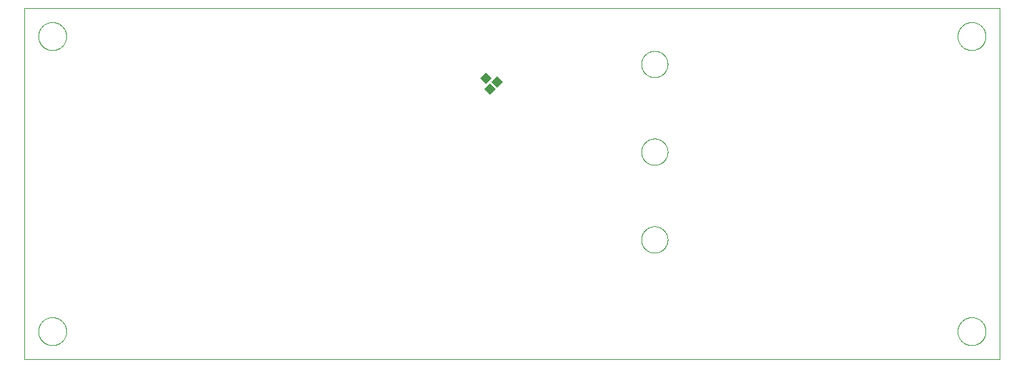
<source format=gbp>
G75*
%MOIN*%
%OFA0B0*%
%FSLAX25Y25*%
%IPPOS*%
%LPD*%
%AMOC8*
5,1,8,0,0,1.08239X$1,22.5*
%
%ADD10C,0.00000*%
%ADD11R,0.04000X0.04000*%
D10*
X0001250Y0001250D02*
X0001250Y0174478D01*
X0481565Y0174478D01*
X0481565Y0001250D01*
X0001250Y0001250D01*
X0008140Y0015030D02*
X0008142Y0015199D01*
X0008148Y0015368D01*
X0008159Y0015537D01*
X0008173Y0015705D01*
X0008192Y0015873D01*
X0008215Y0016041D01*
X0008241Y0016208D01*
X0008272Y0016374D01*
X0008307Y0016540D01*
X0008346Y0016704D01*
X0008390Y0016868D01*
X0008437Y0017030D01*
X0008488Y0017191D01*
X0008543Y0017351D01*
X0008602Y0017510D01*
X0008664Y0017667D01*
X0008731Y0017822D01*
X0008802Y0017976D01*
X0008876Y0018128D01*
X0008954Y0018278D01*
X0009035Y0018426D01*
X0009120Y0018572D01*
X0009209Y0018716D01*
X0009301Y0018858D01*
X0009397Y0018997D01*
X0009496Y0019134D01*
X0009598Y0019269D01*
X0009704Y0019401D01*
X0009813Y0019530D01*
X0009925Y0019657D01*
X0010040Y0019781D01*
X0010158Y0019902D01*
X0010279Y0020020D01*
X0010403Y0020135D01*
X0010530Y0020247D01*
X0010659Y0020356D01*
X0010791Y0020462D01*
X0010926Y0020564D01*
X0011063Y0020663D01*
X0011202Y0020759D01*
X0011344Y0020851D01*
X0011488Y0020940D01*
X0011634Y0021025D01*
X0011782Y0021106D01*
X0011932Y0021184D01*
X0012084Y0021258D01*
X0012238Y0021329D01*
X0012393Y0021396D01*
X0012550Y0021458D01*
X0012709Y0021517D01*
X0012869Y0021572D01*
X0013030Y0021623D01*
X0013192Y0021670D01*
X0013356Y0021714D01*
X0013520Y0021753D01*
X0013686Y0021788D01*
X0013852Y0021819D01*
X0014019Y0021845D01*
X0014187Y0021868D01*
X0014355Y0021887D01*
X0014523Y0021901D01*
X0014692Y0021912D01*
X0014861Y0021918D01*
X0015030Y0021920D01*
X0015199Y0021918D01*
X0015368Y0021912D01*
X0015537Y0021901D01*
X0015705Y0021887D01*
X0015873Y0021868D01*
X0016041Y0021845D01*
X0016208Y0021819D01*
X0016374Y0021788D01*
X0016540Y0021753D01*
X0016704Y0021714D01*
X0016868Y0021670D01*
X0017030Y0021623D01*
X0017191Y0021572D01*
X0017351Y0021517D01*
X0017510Y0021458D01*
X0017667Y0021396D01*
X0017822Y0021329D01*
X0017976Y0021258D01*
X0018128Y0021184D01*
X0018278Y0021106D01*
X0018426Y0021025D01*
X0018572Y0020940D01*
X0018716Y0020851D01*
X0018858Y0020759D01*
X0018997Y0020663D01*
X0019134Y0020564D01*
X0019269Y0020462D01*
X0019401Y0020356D01*
X0019530Y0020247D01*
X0019657Y0020135D01*
X0019781Y0020020D01*
X0019902Y0019902D01*
X0020020Y0019781D01*
X0020135Y0019657D01*
X0020247Y0019530D01*
X0020356Y0019401D01*
X0020462Y0019269D01*
X0020564Y0019134D01*
X0020663Y0018997D01*
X0020759Y0018858D01*
X0020851Y0018716D01*
X0020940Y0018572D01*
X0021025Y0018426D01*
X0021106Y0018278D01*
X0021184Y0018128D01*
X0021258Y0017976D01*
X0021329Y0017822D01*
X0021396Y0017667D01*
X0021458Y0017510D01*
X0021517Y0017351D01*
X0021572Y0017191D01*
X0021623Y0017030D01*
X0021670Y0016868D01*
X0021714Y0016704D01*
X0021753Y0016540D01*
X0021788Y0016374D01*
X0021819Y0016208D01*
X0021845Y0016041D01*
X0021868Y0015873D01*
X0021887Y0015705D01*
X0021901Y0015537D01*
X0021912Y0015368D01*
X0021918Y0015199D01*
X0021920Y0015030D01*
X0021918Y0014861D01*
X0021912Y0014692D01*
X0021901Y0014523D01*
X0021887Y0014355D01*
X0021868Y0014187D01*
X0021845Y0014019D01*
X0021819Y0013852D01*
X0021788Y0013686D01*
X0021753Y0013520D01*
X0021714Y0013356D01*
X0021670Y0013192D01*
X0021623Y0013030D01*
X0021572Y0012869D01*
X0021517Y0012709D01*
X0021458Y0012550D01*
X0021396Y0012393D01*
X0021329Y0012238D01*
X0021258Y0012084D01*
X0021184Y0011932D01*
X0021106Y0011782D01*
X0021025Y0011634D01*
X0020940Y0011488D01*
X0020851Y0011344D01*
X0020759Y0011202D01*
X0020663Y0011063D01*
X0020564Y0010926D01*
X0020462Y0010791D01*
X0020356Y0010659D01*
X0020247Y0010530D01*
X0020135Y0010403D01*
X0020020Y0010279D01*
X0019902Y0010158D01*
X0019781Y0010040D01*
X0019657Y0009925D01*
X0019530Y0009813D01*
X0019401Y0009704D01*
X0019269Y0009598D01*
X0019134Y0009496D01*
X0018997Y0009397D01*
X0018858Y0009301D01*
X0018716Y0009209D01*
X0018572Y0009120D01*
X0018426Y0009035D01*
X0018278Y0008954D01*
X0018128Y0008876D01*
X0017976Y0008802D01*
X0017822Y0008731D01*
X0017667Y0008664D01*
X0017510Y0008602D01*
X0017351Y0008543D01*
X0017191Y0008488D01*
X0017030Y0008437D01*
X0016868Y0008390D01*
X0016704Y0008346D01*
X0016540Y0008307D01*
X0016374Y0008272D01*
X0016208Y0008241D01*
X0016041Y0008215D01*
X0015873Y0008192D01*
X0015705Y0008173D01*
X0015537Y0008159D01*
X0015368Y0008148D01*
X0015199Y0008142D01*
X0015030Y0008140D01*
X0014861Y0008142D01*
X0014692Y0008148D01*
X0014523Y0008159D01*
X0014355Y0008173D01*
X0014187Y0008192D01*
X0014019Y0008215D01*
X0013852Y0008241D01*
X0013686Y0008272D01*
X0013520Y0008307D01*
X0013356Y0008346D01*
X0013192Y0008390D01*
X0013030Y0008437D01*
X0012869Y0008488D01*
X0012709Y0008543D01*
X0012550Y0008602D01*
X0012393Y0008664D01*
X0012238Y0008731D01*
X0012084Y0008802D01*
X0011932Y0008876D01*
X0011782Y0008954D01*
X0011634Y0009035D01*
X0011488Y0009120D01*
X0011344Y0009209D01*
X0011202Y0009301D01*
X0011063Y0009397D01*
X0010926Y0009496D01*
X0010791Y0009598D01*
X0010659Y0009704D01*
X0010530Y0009813D01*
X0010403Y0009925D01*
X0010279Y0010040D01*
X0010158Y0010158D01*
X0010040Y0010279D01*
X0009925Y0010403D01*
X0009813Y0010530D01*
X0009704Y0010659D01*
X0009598Y0010791D01*
X0009496Y0010926D01*
X0009397Y0011063D01*
X0009301Y0011202D01*
X0009209Y0011344D01*
X0009120Y0011488D01*
X0009035Y0011634D01*
X0008954Y0011782D01*
X0008876Y0011932D01*
X0008802Y0012084D01*
X0008731Y0012238D01*
X0008664Y0012393D01*
X0008602Y0012550D01*
X0008543Y0012709D01*
X0008488Y0012869D01*
X0008437Y0013030D01*
X0008390Y0013192D01*
X0008346Y0013356D01*
X0008307Y0013520D01*
X0008272Y0013686D01*
X0008241Y0013852D01*
X0008215Y0014019D01*
X0008192Y0014187D01*
X0008173Y0014355D01*
X0008159Y0014523D01*
X0008148Y0014692D01*
X0008142Y0014861D01*
X0008140Y0015030D01*
X0305081Y0060305D02*
X0305083Y0060466D01*
X0305089Y0060626D01*
X0305099Y0060787D01*
X0305113Y0060947D01*
X0305131Y0061107D01*
X0305152Y0061266D01*
X0305178Y0061425D01*
X0305208Y0061583D01*
X0305241Y0061740D01*
X0305279Y0061897D01*
X0305320Y0062052D01*
X0305365Y0062206D01*
X0305414Y0062359D01*
X0305467Y0062511D01*
X0305523Y0062662D01*
X0305584Y0062811D01*
X0305647Y0062959D01*
X0305715Y0063105D01*
X0305786Y0063249D01*
X0305860Y0063391D01*
X0305938Y0063532D01*
X0306020Y0063670D01*
X0306105Y0063807D01*
X0306193Y0063941D01*
X0306285Y0064073D01*
X0306380Y0064203D01*
X0306478Y0064331D01*
X0306579Y0064456D01*
X0306683Y0064578D01*
X0306790Y0064698D01*
X0306900Y0064815D01*
X0307013Y0064930D01*
X0307129Y0065041D01*
X0307248Y0065150D01*
X0307369Y0065255D01*
X0307493Y0065358D01*
X0307619Y0065458D01*
X0307747Y0065554D01*
X0307878Y0065647D01*
X0308012Y0065737D01*
X0308147Y0065824D01*
X0308285Y0065907D01*
X0308424Y0065987D01*
X0308566Y0066063D01*
X0308709Y0066136D01*
X0308854Y0066205D01*
X0309001Y0066271D01*
X0309149Y0066333D01*
X0309299Y0066391D01*
X0309450Y0066446D01*
X0309603Y0066497D01*
X0309757Y0066544D01*
X0309912Y0066587D01*
X0310068Y0066626D01*
X0310224Y0066662D01*
X0310382Y0066693D01*
X0310540Y0066721D01*
X0310699Y0066745D01*
X0310859Y0066765D01*
X0311019Y0066781D01*
X0311179Y0066793D01*
X0311340Y0066801D01*
X0311501Y0066805D01*
X0311661Y0066805D01*
X0311822Y0066801D01*
X0311983Y0066793D01*
X0312143Y0066781D01*
X0312303Y0066765D01*
X0312463Y0066745D01*
X0312622Y0066721D01*
X0312780Y0066693D01*
X0312938Y0066662D01*
X0313094Y0066626D01*
X0313250Y0066587D01*
X0313405Y0066544D01*
X0313559Y0066497D01*
X0313712Y0066446D01*
X0313863Y0066391D01*
X0314013Y0066333D01*
X0314161Y0066271D01*
X0314308Y0066205D01*
X0314453Y0066136D01*
X0314596Y0066063D01*
X0314738Y0065987D01*
X0314877Y0065907D01*
X0315015Y0065824D01*
X0315150Y0065737D01*
X0315284Y0065647D01*
X0315415Y0065554D01*
X0315543Y0065458D01*
X0315669Y0065358D01*
X0315793Y0065255D01*
X0315914Y0065150D01*
X0316033Y0065041D01*
X0316149Y0064930D01*
X0316262Y0064815D01*
X0316372Y0064698D01*
X0316479Y0064578D01*
X0316583Y0064456D01*
X0316684Y0064331D01*
X0316782Y0064203D01*
X0316877Y0064073D01*
X0316969Y0063941D01*
X0317057Y0063807D01*
X0317142Y0063670D01*
X0317224Y0063532D01*
X0317302Y0063391D01*
X0317376Y0063249D01*
X0317447Y0063105D01*
X0317515Y0062959D01*
X0317578Y0062811D01*
X0317639Y0062662D01*
X0317695Y0062511D01*
X0317748Y0062359D01*
X0317797Y0062206D01*
X0317842Y0062052D01*
X0317883Y0061897D01*
X0317921Y0061740D01*
X0317954Y0061583D01*
X0317984Y0061425D01*
X0318010Y0061266D01*
X0318031Y0061107D01*
X0318049Y0060947D01*
X0318063Y0060787D01*
X0318073Y0060626D01*
X0318079Y0060466D01*
X0318081Y0060305D01*
X0318079Y0060144D01*
X0318073Y0059984D01*
X0318063Y0059823D01*
X0318049Y0059663D01*
X0318031Y0059503D01*
X0318010Y0059344D01*
X0317984Y0059185D01*
X0317954Y0059027D01*
X0317921Y0058870D01*
X0317883Y0058713D01*
X0317842Y0058558D01*
X0317797Y0058404D01*
X0317748Y0058251D01*
X0317695Y0058099D01*
X0317639Y0057948D01*
X0317578Y0057799D01*
X0317515Y0057651D01*
X0317447Y0057505D01*
X0317376Y0057361D01*
X0317302Y0057219D01*
X0317224Y0057078D01*
X0317142Y0056940D01*
X0317057Y0056803D01*
X0316969Y0056669D01*
X0316877Y0056537D01*
X0316782Y0056407D01*
X0316684Y0056279D01*
X0316583Y0056154D01*
X0316479Y0056032D01*
X0316372Y0055912D01*
X0316262Y0055795D01*
X0316149Y0055680D01*
X0316033Y0055569D01*
X0315914Y0055460D01*
X0315793Y0055355D01*
X0315669Y0055252D01*
X0315543Y0055152D01*
X0315415Y0055056D01*
X0315284Y0054963D01*
X0315150Y0054873D01*
X0315015Y0054786D01*
X0314877Y0054703D01*
X0314738Y0054623D01*
X0314596Y0054547D01*
X0314453Y0054474D01*
X0314308Y0054405D01*
X0314161Y0054339D01*
X0314013Y0054277D01*
X0313863Y0054219D01*
X0313712Y0054164D01*
X0313559Y0054113D01*
X0313405Y0054066D01*
X0313250Y0054023D01*
X0313094Y0053984D01*
X0312938Y0053948D01*
X0312780Y0053917D01*
X0312622Y0053889D01*
X0312463Y0053865D01*
X0312303Y0053845D01*
X0312143Y0053829D01*
X0311983Y0053817D01*
X0311822Y0053809D01*
X0311661Y0053805D01*
X0311501Y0053805D01*
X0311340Y0053809D01*
X0311179Y0053817D01*
X0311019Y0053829D01*
X0310859Y0053845D01*
X0310699Y0053865D01*
X0310540Y0053889D01*
X0310382Y0053917D01*
X0310224Y0053948D01*
X0310068Y0053984D01*
X0309912Y0054023D01*
X0309757Y0054066D01*
X0309603Y0054113D01*
X0309450Y0054164D01*
X0309299Y0054219D01*
X0309149Y0054277D01*
X0309001Y0054339D01*
X0308854Y0054405D01*
X0308709Y0054474D01*
X0308566Y0054547D01*
X0308424Y0054623D01*
X0308285Y0054703D01*
X0308147Y0054786D01*
X0308012Y0054873D01*
X0307878Y0054963D01*
X0307747Y0055056D01*
X0307619Y0055152D01*
X0307493Y0055252D01*
X0307369Y0055355D01*
X0307248Y0055460D01*
X0307129Y0055569D01*
X0307013Y0055680D01*
X0306900Y0055795D01*
X0306790Y0055912D01*
X0306683Y0056032D01*
X0306579Y0056154D01*
X0306478Y0056279D01*
X0306380Y0056407D01*
X0306285Y0056537D01*
X0306193Y0056669D01*
X0306105Y0056803D01*
X0306020Y0056940D01*
X0305938Y0057078D01*
X0305860Y0057219D01*
X0305786Y0057361D01*
X0305715Y0057505D01*
X0305647Y0057651D01*
X0305584Y0057799D01*
X0305523Y0057948D01*
X0305467Y0058099D01*
X0305414Y0058251D01*
X0305365Y0058404D01*
X0305320Y0058558D01*
X0305279Y0058713D01*
X0305241Y0058870D01*
X0305208Y0059027D01*
X0305178Y0059185D01*
X0305152Y0059344D01*
X0305131Y0059503D01*
X0305113Y0059663D01*
X0305099Y0059823D01*
X0305089Y0059984D01*
X0305083Y0060144D01*
X0305081Y0060305D01*
X0305081Y0103612D02*
X0305083Y0103773D01*
X0305089Y0103933D01*
X0305099Y0104094D01*
X0305113Y0104254D01*
X0305131Y0104414D01*
X0305152Y0104573D01*
X0305178Y0104732D01*
X0305208Y0104890D01*
X0305241Y0105047D01*
X0305279Y0105204D01*
X0305320Y0105359D01*
X0305365Y0105513D01*
X0305414Y0105666D01*
X0305467Y0105818D01*
X0305523Y0105969D01*
X0305584Y0106118D01*
X0305647Y0106266D01*
X0305715Y0106412D01*
X0305786Y0106556D01*
X0305860Y0106698D01*
X0305938Y0106839D01*
X0306020Y0106977D01*
X0306105Y0107114D01*
X0306193Y0107248D01*
X0306285Y0107380D01*
X0306380Y0107510D01*
X0306478Y0107638D01*
X0306579Y0107763D01*
X0306683Y0107885D01*
X0306790Y0108005D01*
X0306900Y0108122D01*
X0307013Y0108237D01*
X0307129Y0108348D01*
X0307248Y0108457D01*
X0307369Y0108562D01*
X0307493Y0108665D01*
X0307619Y0108765D01*
X0307747Y0108861D01*
X0307878Y0108954D01*
X0308012Y0109044D01*
X0308147Y0109131D01*
X0308285Y0109214D01*
X0308424Y0109294D01*
X0308566Y0109370D01*
X0308709Y0109443D01*
X0308854Y0109512D01*
X0309001Y0109578D01*
X0309149Y0109640D01*
X0309299Y0109698D01*
X0309450Y0109753D01*
X0309603Y0109804D01*
X0309757Y0109851D01*
X0309912Y0109894D01*
X0310068Y0109933D01*
X0310224Y0109969D01*
X0310382Y0110000D01*
X0310540Y0110028D01*
X0310699Y0110052D01*
X0310859Y0110072D01*
X0311019Y0110088D01*
X0311179Y0110100D01*
X0311340Y0110108D01*
X0311501Y0110112D01*
X0311661Y0110112D01*
X0311822Y0110108D01*
X0311983Y0110100D01*
X0312143Y0110088D01*
X0312303Y0110072D01*
X0312463Y0110052D01*
X0312622Y0110028D01*
X0312780Y0110000D01*
X0312938Y0109969D01*
X0313094Y0109933D01*
X0313250Y0109894D01*
X0313405Y0109851D01*
X0313559Y0109804D01*
X0313712Y0109753D01*
X0313863Y0109698D01*
X0314013Y0109640D01*
X0314161Y0109578D01*
X0314308Y0109512D01*
X0314453Y0109443D01*
X0314596Y0109370D01*
X0314738Y0109294D01*
X0314877Y0109214D01*
X0315015Y0109131D01*
X0315150Y0109044D01*
X0315284Y0108954D01*
X0315415Y0108861D01*
X0315543Y0108765D01*
X0315669Y0108665D01*
X0315793Y0108562D01*
X0315914Y0108457D01*
X0316033Y0108348D01*
X0316149Y0108237D01*
X0316262Y0108122D01*
X0316372Y0108005D01*
X0316479Y0107885D01*
X0316583Y0107763D01*
X0316684Y0107638D01*
X0316782Y0107510D01*
X0316877Y0107380D01*
X0316969Y0107248D01*
X0317057Y0107114D01*
X0317142Y0106977D01*
X0317224Y0106839D01*
X0317302Y0106698D01*
X0317376Y0106556D01*
X0317447Y0106412D01*
X0317515Y0106266D01*
X0317578Y0106118D01*
X0317639Y0105969D01*
X0317695Y0105818D01*
X0317748Y0105666D01*
X0317797Y0105513D01*
X0317842Y0105359D01*
X0317883Y0105204D01*
X0317921Y0105047D01*
X0317954Y0104890D01*
X0317984Y0104732D01*
X0318010Y0104573D01*
X0318031Y0104414D01*
X0318049Y0104254D01*
X0318063Y0104094D01*
X0318073Y0103933D01*
X0318079Y0103773D01*
X0318081Y0103612D01*
X0318079Y0103451D01*
X0318073Y0103291D01*
X0318063Y0103130D01*
X0318049Y0102970D01*
X0318031Y0102810D01*
X0318010Y0102651D01*
X0317984Y0102492D01*
X0317954Y0102334D01*
X0317921Y0102177D01*
X0317883Y0102020D01*
X0317842Y0101865D01*
X0317797Y0101711D01*
X0317748Y0101558D01*
X0317695Y0101406D01*
X0317639Y0101255D01*
X0317578Y0101106D01*
X0317515Y0100958D01*
X0317447Y0100812D01*
X0317376Y0100668D01*
X0317302Y0100526D01*
X0317224Y0100385D01*
X0317142Y0100247D01*
X0317057Y0100110D01*
X0316969Y0099976D01*
X0316877Y0099844D01*
X0316782Y0099714D01*
X0316684Y0099586D01*
X0316583Y0099461D01*
X0316479Y0099339D01*
X0316372Y0099219D01*
X0316262Y0099102D01*
X0316149Y0098987D01*
X0316033Y0098876D01*
X0315914Y0098767D01*
X0315793Y0098662D01*
X0315669Y0098559D01*
X0315543Y0098459D01*
X0315415Y0098363D01*
X0315284Y0098270D01*
X0315150Y0098180D01*
X0315015Y0098093D01*
X0314877Y0098010D01*
X0314738Y0097930D01*
X0314596Y0097854D01*
X0314453Y0097781D01*
X0314308Y0097712D01*
X0314161Y0097646D01*
X0314013Y0097584D01*
X0313863Y0097526D01*
X0313712Y0097471D01*
X0313559Y0097420D01*
X0313405Y0097373D01*
X0313250Y0097330D01*
X0313094Y0097291D01*
X0312938Y0097255D01*
X0312780Y0097224D01*
X0312622Y0097196D01*
X0312463Y0097172D01*
X0312303Y0097152D01*
X0312143Y0097136D01*
X0311983Y0097124D01*
X0311822Y0097116D01*
X0311661Y0097112D01*
X0311501Y0097112D01*
X0311340Y0097116D01*
X0311179Y0097124D01*
X0311019Y0097136D01*
X0310859Y0097152D01*
X0310699Y0097172D01*
X0310540Y0097196D01*
X0310382Y0097224D01*
X0310224Y0097255D01*
X0310068Y0097291D01*
X0309912Y0097330D01*
X0309757Y0097373D01*
X0309603Y0097420D01*
X0309450Y0097471D01*
X0309299Y0097526D01*
X0309149Y0097584D01*
X0309001Y0097646D01*
X0308854Y0097712D01*
X0308709Y0097781D01*
X0308566Y0097854D01*
X0308424Y0097930D01*
X0308285Y0098010D01*
X0308147Y0098093D01*
X0308012Y0098180D01*
X0307878Y0098270D01*
X0307747Y0098363D01*
X0307619Y0098459D01*
X0307493Y0098559D01*
X0307369Y0098662D01*
X0307248Y0098767D01*
X0307129Y0098876D01*
X0307013Y0098987D01*
X0306900Y0099102D01*
X0306790Y0099219D01*
X0306683Y0099339D01*
X0306579Y0099461D01*
X0306478Y0099586D01*
X0306380Y0099714D01*
X0306285Y0099844D01*
X0306193Y0099976D01*
X0306105Y0100110D01*
X0306020Y0100247D01*
X0305938Y0100385D01*
X0305860Y0100526D01*
X0305786Y0100668D01*
X0305715Y0100812D01*
X0305647Y0100958D01*
X0305584Y0101106D01*
X0305523Y0101255D01*
X0305467Y0101406D01*
X0305414Y0101558D01*
X0305365Y0101711D01*
X0305320Y0101865D01*
X0305279Y0102020D01*
X0305241Y0102177D01*
X0305208Y0102334D01*
X0305178Y0102492D01*
X0305152Y0102651D01*
X0305131Y0102810D01*
X0305113Y0102970D01*
X0305099Y0103130D01*
X0305089Y0103291D01*
X0305083Y0103451D01*
X0305081Y0103612D01*
X0305081Y0146919D02*
X0305083Y0147080D01*
X0305089Y0147240D01*
X0305099Y0147401D01*
X0305113Y0147561D01*
X0305131Y0147721D01*
X0305152Y0147880D01*
X0305178Y0148039D01*
X0305208Y0148197D01*
X0305241Y0148354D01*
X0305279Y0148511D01*
X0305320Y0148666D01*
X0305365Y0148820D01*
X0305414Y0148973D01*
X0305467Y0149125D01*
X0305523Y0149276D01*
X0305584Y0149425D01*
X0305647Y0149573D01*
X0305715Y0149719D01*
X0305786Y0149863D01*
X0305860Y0150005D01*
X0305938Y0150146D01*
X0306020Y0150284D01*
X0306105Y0150421D01*
X0306193Y0150555D01*
X0306285Y0150687D01*
X0306380Y0150817D01*
X0306478Y0150945D01*
X0306579Y0151070D01*
X0306683Y0151192D01*
X0306790Y0151312D01*
X0306900Y0151429D01*
X0307013Y0151544D01*
X0307129Y0151655D01*
X0307248Y0151764D01*
X0307369Y0151869D01*
X0307493Y0151972D01*
X0307619Y0152072D01*
X0307747Y0152168D01*
X0307878Y0152261D01*
X0308012Y0152351D01*
X0308147Y0152438D01*
X0308285Y0152521D01*
X0308424Y0152601D01*
X0308566Y0152677D01*
X0308709Y0152750D01*
X0308854Y0152819D01*
X0309001Y0152885D01*
X0309149Y0152947D01*
X0309299Y0153005D01*
X0309450Y0153060D01*
X0309603Y0153111D01*
X0309757Y0153158D01*
X0309912Y0153201D01*
X0310068Y0153240D01*
X0310224Y0153276D01*
X0310382Y0153307D01*
X0310540Y0153335D01*
X0310699Y0153359D01*
X0310859Y0153379D01*
X0311019Y0153395D01*
X0311179Y0153407D01*
X0311340Y0153415D01*
X0311501Y0153419D01*
X0311661Y0153419D01*
X0311822Y0153415D01*
X0311983Y0153407D01*
X0312143Y0153395D01*
X0312303Y0153379D01*
X0312463Y0153359D01*
X0312622Y0153335D01*
X0312780Y0153307D01*
X0312938Y0153276D01*
X0313094Y0153240D01*
X0313250Y0153201D01*
X0313405Y0153158D01*
X0313559Y0153111D01*
X0313712Y0153060D01*
X0313863Y0153005D01*
X0314013Y0152947D01*
X0314161Y0152885D01*
X0314308Y0152819D01*
X0314453Y0152750D01*
X0314596Y0152677D01*
X0314738Y0152601D01*
X0314877Y0152521D01*
X0315015Y0152438D01*
X0315150Y0152351D01*
X0315284Y0152261D01*
X0315415Y0152168D01*
X0315543Y0152072D01*
X0315669Y0151972D01*
X0315793Y0151869D01*
X0315914Y0151764D01*
X0316033Y0151655D01*
X0316149Y0151544D01*
X0316262Y0151429D01*
X0316372Y0151312D01*
X0316479Y0151192D01*
X0316583Y0151070D01*
X0316684Y0150945D01*
X0316782Y0150817D01*
X0316877Y0150687D01*
X0316969Y0150555D01*
X0317057Y0150421D01*
X0317142Y0150284D01*
X0317224Y0150146D01*
X0317302Y0150005D01*
X0317376Y0149863D01*
X0317447Y0149719D01*
X0317515Y0149573D01*
X0317578Y0149425D01*
X0317639Y0149276D01*
X0317695Y0149125D01*
X0317748Y0148973D01*
X0317797Y0148820D01*
X0317842Y0148666D01*
X0317883Y0148511D01*
X0317921Y0148354D01*
X0317954Y0148197D01*
X0317984Y0148039D01*
X0318010Y0147880D01*
X0318031Y0147721D01*
X0318049Y0147561D01*
X0318063Y0147401D01*
X0318073Y0147240D01*
X0318079Y0147080D01*
X0318081Y0146919D01*
X0318079Y0146758D01*
X0318073Y0146598D01*
X0318063Y0146437D01*
X0318049Y0146277D01*
X0318031Y0146117D01*
X0318010Y0145958D01*
X0317984Y0145799D01*
X0317954Y0145641D01*
X0317921Y0145484D01*
X0317883Y0145327D01*
X0317842Y0145172D01*
X0317797Y0145018D01*
X0317748Y0144865D01*
X0317695Y0144713D01*
X0317639Y0144562D01*
X0317578Y0144413D01*
X0317515Y0144265D01*
X0317447Y0144119D01*
X0317376Y0143975D01*
X0317302Y0143833D01*
X0317224Y0143692D01*
X0317142Y0143554D01*
X0317057Y0143417D01*
X0316969Y0143283D01*
X0316877Y0143151D01*
X0316782Y0143021D01*
X0316684Y0142893D01*
X0316583Y0142768D01*
X0316479Y0142646D01*
X0316372Y0142526D01*
X0316262Y0142409D01*
X0316149Y0142294D01*
X0316033Y0142183D01*
X0315914Y0142074D01*
X0315793Y0141969D01*
X0315669Y0141866D01*
X0315543Y0141766D01*
X0315415Y0141670D01*
X0315284Y0141577D01*
X0315150Y0141487D01*
X0315015Y0141400D01*
X0314877Y0141317D01*
X0314738Y0141237D01*
X0314596Y0141161D01*
X0314453Y0141088D01*
X0314308Y0141019D01*
X0314161Y0140953D01*
X0314013Y0140891D01*
X0313863Y0140833D01*
X0313712Y0140778D01*
X0313559Y0140727D01*
X0313405Y0140680D01*
X0313250Y0140637D01*
X0313094Y0140598D01*
X0312938Y0140562D01*
X0312780Y0140531D01*
X0312622Y0140503D01*
X0312463Y0140479D01*
X0312303Y0140459D01*
X0312143Y0140443D01*
X0311983Y0140431D01*
X0311822Y0140423D01*
X0311661Y0140419D01*
X0311501Y0140419D01*
X0311340Y0140423D01*
X0311179Y0140431D01*
X0311019Y0140443D01*
X0310859Y0140459D01*
X0310699Y0140479D01*
X0310540Y0140503D01*
X0310382Y0140531D01*
X0310224Y0140562D01*
X0310068Y0140598D01*
X0309912Y0140637D01*
X0309757Y0140680D01*
X0309603Y0140727D01*
X0309450Y0140778D01*
X0309299Y0140833D01*
X0309149Y0140891D01*
X0309001Y0140953D01*
X0308854Y0141019D01*
X0308709Y0141088D01*
X0308566Y0141161D01*
X0308424Y0141237D01*
X0308285Y0141317D01*
X0308147Y0141400D01*
X0308012Y0141487D01*
X0307878Y0141577D01*
X0307747Y0141670D01*
X0307619Y0141766D01*
X0307493Y0141866D01*
X0307369Y0141969D01*
X0307248Y0142074D01*
X0307129Y0142183D01*
X0307013Y0142294D01*
X0306900Y0142409D01*
X0306790Y0142526D01*
X0306683Y0142646D01*
X0306579Y0142768D01*
X0306478Y0142893D01*
X0306380Y0143021D01*
X0306285Y0143151D01*
X0306193Y0143283D01*
X0306105Y0143417D01*
X0306020Y0143554D01*
X0305938Y0143692D01*
X0305860Y0143833D01*
X0305786Y0143975D01*
X0305715Y0144119D01*
X0305647Y0144265D01*
X0305584Y0144413D01*
X0305523Y0144562D01*
X0305467Y0144713D01*
X0305414Y0144865D01*
X0305365Y0145018D01*
X0305320Y0145172D01*
X0305279Y0145327D01*
X0305241Y0145484D01*
X0305208Y0145641D01*
X0305178Y0145799D01*
X0305152Y0145958D01*
X0305131Y0146117D01*
X0305113Y0146277D01*
X0305099Y0146437D01*
X0305089Y0146598D01*
X0305083Y0146758D01*
X0305081Y0146919D01*
X0460895Y0160699D02*
X0460897Y0160868D01*
X0460903Y0161037D01*
X0460914Y0161206D01*
X0460928Y0161374D01*
X0460947Y0161542D01*
X0460970Y0161710D01*
X0460996Y0161877D01*
X0461027Y0162043D01*
X0461062Y0162209D01*
X0461101Y0162373D01*
X0461145Y0162537D01*
X0461192Y0162699D01*
X0461243Y0162860D01*
X0461298Y0163020D01*
X0461357Y0163179D01*
X0461419Y0163336D01*
X0461486Y0163491D01*
X0461557Y0163645D01*
X0461631Y0163797D01*
X0461709Y0163947D01*
X0461790Y0164095D01*
X0461875Y0164241D01*
X0461964Y0164385D01*
X0462056Y0164527D01*
X0462152Y0164666D01*
X0462251Y0164803D01*
X0462353Y0164938D01*
X0462459Y0165070D01*
X0462568Y0165199D01*
X0462680Y0165326D01*
X0462795Y0165450D01*
X0462913Y0165571D01*
X0463034Y0165689D01*
X0463158Y0165804D01*
X0463285Y0165916D01*
X0463414Y0166025D01*
X0463546Y0166131D01*
X0463681Y0166233D01*
X0463818Y0166332D01*
X0463957Y0166428D01*
X0464099Y0166520D01*
X0464243Y0166609D01*
X0464389Y0166694D01*
X0464537Y0166775D01*
X0464687Y0166853D01*
X0464839Y0166927D01*
X0464993Y0166998D01*
X0465148Y0167065D01*
X0465305Y0167127D01*
X0465464Y0167186D01*
X0465624Y0167241D01*
X0465785Y0167292D01*
X0465947Y0167339D01*
X0466111Y0167383D01*
X0466275Y0167422D01*
X0466441Y0167457D01*
X0466607Y0167488D01*
X0466774Y0167514D01*
X0466942Y0167537D01*
X0467110Y0167556D01*
X0467278Y0167570D01*
X0467447Y0167581D01*
X0467616Y0167587D01*
X0467785Y0167589D01*
X0467954Y0167587D01*
X0468123Y0167581D01*
X0468292Y0167570D01*
X0468460Y0167556D01*
X0468628Y0167537D01*
X0468796Y0167514D01*
X0468963Y0167488D01*
X0469129Y0167457D01*
X0469295Y0167422D01*
X0469459Y0167383D01*
X0469623Y0167339D01*
X0469785Y0167292D01*
X0469946Y0167241D01*
X0470106Y0167186D01*
X0470265Y0167127D01*
X0470422Y0167065D01*
X0470577Y0166998D01*
X0470731Y0166927D01*
X0470883Y0166853D01*
X0471033Y0166775D01*
X0471181Y0166694D01*
X0471327Y0166609D01*
X0471471Y0166520D01*
X0471613Y0166428D01*
X0471752Y0166332D01*
X0471889Y0166233D01*
X0472024Y0166131D01*
X0472156Y0166025D01*
X0472285Y0165916D01*
X0472412Y0165804D01*
X0472536Y0165689D01*
X0472657Y0165571D01*
X0472775Y0165450D01*
X0472890Y0165326D01*
X0473002Y0165199D01*
X0473111Y0165070D01*
X0473217Y0164938D01*
X0473319Y0164803D01*
X0473418Y0164666D01*
X0473514Y0164527D01*
X0473606Y0164385D01*
X0473695Y0164241D01*
X0473780Y0164095D01*
X0473861Y0163947D01*
X0473939Y0163797D01*
X0474013Y0163645D01*
X0474084Y0163491D01*
X0474151Y0163336D01*
X0474213Y0163179D01*
X0474272Y0163020D01*
X0474327Y0162860D01*
X0474378Y0162699D01*
X0474425Y0162537D01*
X0474469Y0162373D01*
X0474508Y0162209D01*
X0474543Y0162043D01*
X0474574Y0161877D01*
X0474600Y0161710D01*
X0474623Y0161542D01*
X0474642Y0161374D01*
X0474656Y0161206D01*
X0474667Y0161037D01*
X0474673Y0160868D01*
X0474675Y0160699D01*
X0474673Y0160530D01*
X0474667Y0160361D01*
X0474656Y0160192D01*
X0474642Y0160024D01*
X0474623Y0159856D01*
X0474600Y0159688D01*
X0474574Y0159521D01*
X0474543Y0159355D01*
X0474508Y0159189D01*
X0474469Y0159025D01*
X0474425Y0158861D01*
X0474378Y0158699D01*
X0474327Y0158538D01*
X0474272Y0158378D01*
X0474213Y0158219D01*
X0474151Y0158062D01*
X0474084Y0157907D01*
X0474013Y0157753D01*
X0473939Y0157601D01*
X0473861Y0157451D01*
X0473780Y0157303D01*
X0473695Y0157157D01*
X0473606Y0157013D01*
X0473514Y0156871D01*
X0473418Y0156732D01*
X0473319Y0156595D01*
X0473217Y0156460D01*
X0473111Y0156328D01*
X0473002Y0156199D01*
X0472890Y0156072D01*
X0472775Y0155948D01*
X0472657Y0155827D01*
X0472536Y0155709D01*
X0472412Y0155594D01*
X0472285Y0155482D01*
X0472156Y0155373D01*
X0472024Y0155267D01*
X0471889Y0155165D01*
X0471752Y0155066D01*
X0471613Y0154970D01*
X0471471Y0154878D01*
X0471327Y0154789D01*
X0471181Y0154704D01*
X0471033Y0154623D01*
X0470883Y0154545D01*
X0470731Y0154471D01*
X0470577Y0154400D01*
X0470422Y0154333D01*
X0470265Y0154271D01*
X0470106Y0154212D01*
X0469946Y0154157D01*
X0469785Y0154106D01*
X0469623Y0154059D01*
X0469459Y0154015D01*
X0469295Y0153976D01*
X0469129Y0153941D01*
X0468963Y0153910D01*
X0468796Y0153884D01*
X0468628Y0153861D01*
X0468460Y0153842D01*
X0468292Y0153828D01*
X0468123Y0153817D01*
X0467954Y0153811D01*
X0467785Y0153809D01*
X0467616Y0153811D01*
X0467447Y0153817D01*
X0467278Y0153828D01*
X0467110Y0153842D01*
X0466942Y0153861D01*
X0466774Y0153884D01*
X0466607Y0153910D01*
X0466441Y0153941D01*
X0466275Y0153976D01*
X0466111Y0154015D01*
X0465947Y0154059D01*
X0465785Y0154106D01*
X0465624Y0154157D01*
X0465464Y0154212D01*
X0465305Y0154271D01*
X0465148Y0154333D01*
X0464993Y0154400D01*
X0464839Y0154471D01*
X0464687Y0154545D01*
X0464537Y0154623D01*
X0464389Y0154704D01*
X0464243Y0154789D01*
X0464099Y0154878D01*
X0463957Y0154970D01*
X0463818Y0155066D01*
X0463681Y0155165D01*
X0463546Y0155267D01*
X0463414Y0155373D01*
X0463285Y0155482D01*
X0463158Y0155594D01*
X0463034Y0155709D01*
X0462913Y0155827D01*
X0462795Y0155948D01*
X0462680Y0156072D01*
X0462568Y0156199D01*
X0462459Y0156328D01*
X0462353Y0156460D01*
X0462251Y0156595D01*
X0462152Y0156732D01*
X0462056Y0156871D01*
X0461964Y0157013D01*
X0461875Y0157157D01*
X0461790Y0157303D01*
X0461709Y0157451D01*
X0461631Y0157601D01*
X0461557Y0157753D01*
X0461486Y0157907D01*
X0461419Y0158062D01*
X0461357Y0158219D01*
X0461298Y0158378D01*
X0461243Y0158538D01*
X0461192Y0158699D01*
X0461145Y0158861D01*
X0461101Y0159025D01*
X0461062Y0159189D01*
X0461027Y0159355D01*
X0460996Y0159521D01*
X0460970Y0159688D01*
X0460947Y0159856D01*
X0460928Y0160024D01*
X0460914Y0160192D01*
X0460903Y0160361D01*
X0460897Y0160530D01*
X0460895Y0160699D01*
X0460895Y0015030D02*
X0460897Y0015199D01*
X0460903Y0015368D01*
X0460914Y0015537D01*
X0460928Y0015705D01*
X0460947Y0015873D01*
X0460970Y0016041D01*
X0460996Y0016208D01*
X0461027Y0016374D01*
X0461062Y0016540D01*
X0461101Y0016704D01*
X0461145Y0016868D01*
X0461192Y0017030D01*
X0461243Y0017191D01*
X0461298Y0017351D01*
X0461357Y0017510D01*
X0461419Y0017667D01*
X0461486Y0017822D01*
X0461557Y0017976D01*
X0461631Y0018128D01*
X0461709Y0018278D01*
X0461790Y0018426D01*
X0461875Y0018572D01*
X0461964Y0018716D01*
X0462056Y0018858D01*
X0462152Y0018997D01*
X0462251Y0019134D01*
X0462353Y0019269D01*
X0462459Y0019401D01*
X0462568Y0019530D01*
X0462680Y0019657D01*
X0462795Y0019781D01*
X0462913Y0019902D01*
X0463034Y0020020D01*
X0463158Y0020135D01*
X0463285Y0020247D01*
X0463414Y0020356D01*
X0463546Y0020462D01*
X0463681Y0020564D01*
X0463818Y0020663D01*
X0463957Y0020759D01*
X0464099Y0020851D01*
X0464243Y0020940D01*
X0464389Y0021025D01*
X0464537Y0021106D01*
X0464687Y0021184D01*
X0464839Y0021258D01*
X0464993Y0021329D01*
X0465148Y0021396D01*
X0465305Y0021458D01*
X0465464Y0021517D01*
X0465624Y0021572D01*
X0465785Y0021623D01*
X0465947Y0021670D01*
X0466111Y0021714D01*
X0466275Y0021753D01*
X0466441Y0021788D01*
X0466607Y0021819D01*
X0466774Y0021845D01*
X0466942Y0021868D01*
X0467110Y0021887D01*
X0467278Y0021901D01*
X0467447Y0021912D01*
X0467616Y0021918D01*
X0467785Y0021920D01*
X0467954Y0021918D01*
X0468123Y0021912D01*
X0468292Y0021901D01*
X0468460Y0021887D01*
X0468628Y0021868D01*
X0468796Y0021845D01*
X0468963Y0021819D01*
X0469129Y0021788D01*
X0469295Y0021753D01*
X0469459Y0021714D01*
X0469623Y0021670D01*
X0469785Y0021623D01*
X0469946Y0021572D01*
X0470106Y0021517D01*
X0470265Y0021458D01*
X0470422Y0021396D01*
X0470577Y0021329D01*
X0470731Y0021258D01*
X0470883Y0021184D01*
X0471033Y0021106D01*
X0471181Y0021025D01*
X0471327Y0020940D01*
X0471471Y0020851D01*
X0471613Y0020759D01*
X0471752Y0020663D01*
X0471889Y0020564D01*
X0472024Y0020462D01*
X0472156Y0020356D01*
X0472285Y0020247D01*
X0472412Y0020135D01*
X0472536Y0020020D01*
X0472657Y0019902D01*
X0472775Y0019781D01*
X0472890Y0019657D01*
X0473002Y0019530D01*
X0473111Y0019401D01*
X0473217Y0019269D01*
X0473319Y0019134D01*
X0473418Y0018997D01*
X0473514Y0018858D01*
X0473606Y0018716D01*
X0473695Y0018572D01*
X0473780Y0018426D01*
X0473861Y0018278D01*
X0473939Y0018128D01*
X0474013Y0017976D01*
X0474084Y0017822D01*
X0474151Y0017667D01*
X0474213Y0017510D01*
X0474272Y0017351D01*
X0474327Y0017191D01*
X0474378Y0017030D01*
X0474425Y0016868D01*
X0474469Y0016704D01*
X0474508Y0016540D01*
X0474543Y0016374D01*
X0474574Y0016208D01*
X0474600Y0016041D01*
X0474623Y0015873D01*
X0474642Y0015705D01*
X0474656Y0015537D01*
X0474667Y0015368D01*
X0474673Y0015199D01*
X0474675Y0015030D01*
X0474673Y0014861D01*
X0474667Y0014692D01*
X0474656Y0014523D01*
X0474642Y0014355D01*
X0474623Y0014187D01*
X0474600Y0014019D01*
X0474574Y0013852D01*
X0474543Y0013686D01*
X0474508Y0013520D01*
X0474469Y0013356D01*
X0474425Y0013192D01*
X0474378Y0013030D01*
X0474327Y0012869D01*
X0474272Y0012709D01*
X0474213Y0012550D01*
X0474151Y0012393D01*
X0474084Y0012238D01*
X0474013Y0012084D01*
X0473939Y0011932D01*
X0473861Y0011782D01*
X0473780Y0011634D01*
X0473695Y0011488D01*
X0473606Y0011344D01*
X0473514Y0011202D01*
X0473418Y0011063D01*
X0473319Y0010926D01*
X0473217Y0010791D01*
X0473111Y0010659D01*
X0473002Y0010530D01*
X0472890Y0010403D01*
X0472775Y0010279D01*
X0472657Y0010158D01*
X0472536Y0010040D01*
X0472412Y0009925D01*
X0472285Y0009813D01*
X0472156Y0009704D01*
X0472024Y0009598D01*
X0471889Y0009496D01*
X0471752Y0009397D01*
X0471613Y0009301D01*
X0471471Y0009209D01*
X0471327Y0009120D01*
X0471181Y0009035D01*
X0471033Y0008954D01*
X0470883Y0008876D01*
X0470731Y0008802D01*
X0470577Y0008731D01*
X0470422Y0008664D01*
X0470265Y0008602D01*
X0470106Y0008543D01*
X0469946Y0008488D01*
X0469785Y0008437D01*
X0469623Y0008390D01*
X0469459Y0008346D01*
X0469295Y0008307D01*
X0469129Y0008272D01*
X0468963Y0008241D01*
X0468796Y0008215D01*
X0468628Y0008192D01*
X0468460Y0008173D01*
X0468292Y0008159D01*
X0468123Y0008148D01*
X0467954Y0008142D01*
X0467785Y0008140D01*
X0467616Y0008142D01*
X0467447Y0008148D01*
X0467278Y0008159D01*
X0467110Y0008173D01*
X0466942Y0008192D01*
X0466774Y0008215D01*
X0466607Y0008241D01*
X0466441Y0008272D01*
X0466275Y0008307D01*
X0466111Y0008346D01*
X0465947Y0008390D01*
X0465785Y0008437D01*
X0465624Y0008488D01*
X0465464Y0008543D01*
X0465305Y0008602D01*
X0465148Y0008664D01*
X0464993Y0008731D01*
X0464839Y0008802D01*
X0464687Y0008876D01*
X0464537Y0008954D01*
X0464389Y0009035D01*
X0464243Y0009120D01*
X0464099Y0009209D01*
X0463957Y0009301D01*
X0463818Y0009397D01*
X0463681Y0009496D01*
X0463546Y0009598D01*
X0463414Y0009704D01*
X0463285Y0009813D01*
X0463158Y0009925D01*
X0463034Y0010040D01*
X0462913Y0010158D01*
X0462795Y0010279D01*
X0462680Y0010403D01*
X0462568Y0010530D01*
X0462459Y0010659D01*
X0462353Y0010791D01*
X0462251Y0010926D01*
X0462152Y0011063D01*
X0462056Y0011202D01*
X0461964Y0011344D01*
X0461875Y0011488D01*
X0461790Y0011634D01*
X0461709Y0011782D01*
X0461631Y0011932D01*
X0461557Y0012084D01*
X0461486Y0012238D01*
X0461419Y0012393D01*
X0461357Y0012550D01*
X0461298Y0012709D01*
X0461243Y0012869D01*
X0461192Y0013030D01*
X0461145Y0013192D01*
X0461101Y0013356D01*
X0461062Y0013520D01*
X0461027Y0013686D01*
X0460996Y0013852D01*
X0460970Y0014019D01*
X0460947Y0014187D01*
X0460928Y0014355D01*
X0460914Y0014523D01*
X0460903Y0014692D01*
X0460897Y0014861D01*
X0460895Y0015030D01*
X0008140Y0160699D02*
X0008142Y0160868D01*
X0008148Y0161037D01*
X0008159Y0161206D01*
X0008173Y0161374D01*
X0008192Y0161542D01*
X0008215Y0161710D01*
X0008241Y0161877D01*
X0008272Y0162043D01*
X0008307Y0162209D01*
X0008346Y0162373D01*
X0008390Y0162537D01*
X0008437Y0162699D01*
X0008488Y0162860D01*
X0008543Y0163020D01*
X0008602Y0163179D01*
X0008664Y0163336D01*
X0008731Y0163491D01*
X0008802Y0163645D01*
X0008876Y0163797D01*
X0008954Y0163947D01*
X0009035Y0164095D01*
X0009120Y0164241D01*
X0009209Y0164385D01*
X0009301Y0164527D01*
X0009397Y0164666D01*
X0009496Y0164803D01*
X0009598Y0164938D01*
X0009704Y0165070D01*
X0009813Y0165199D01*
X0009925Y0165326D01*
X0010040Y0165450D01*
X0010158Y0165571D01*
X0010279Y0165689D01*
X0010403Y0165804D01*
X0010530Y0165916D01*
X0010659Y0166025D01*
X0010791Y0166131D01*
X0010926Y0166233D01*
X0011063Y0166332D01*
X0011202Y0166428D01*
X0011344Y0166520D01*
X0011488Y0166609D01*
X0011634Y0166694D01*
X0011782Y0166775D01*
X0011932Y0166853D01*
X0012084Y0166927D01*
X0012238Y0166998D01*
X0012393Y0167065D01*
X0012550Y0167127D01*
X0012709Y0167186D01*
X0012869Y0167241D01*
X0013030Y0167292D01*
X0013192Y0167339D01*
X0013356Y0167383D01*
X0013520Y0167422D01*
X0013686Y0167457D01*
X0013852Y0167488D01*
X0014019Y0167514D01*
X0014187Y0167537D01*
X0014355Y0167556D01*
X0014523Y0167570D01*
X0014692Y0167581D01*
X0014861Y0167587D01*
X0015030Y0167589D01*
X0015199Y0167587D01*
X0015368Y0167581D01*
X0015537Y0167570D01*
X0015705Y0167556D01*
X0015873Y0167537D01*
X0016041Y0167514D01*
X0016208Y0167488D01*
X0016374Y0167457D01*
X0016540Y0167422D01*
X0016704Y0167383D01*
X0016868Y0167339D01*
X0017030Y0167292D01*
X0017191Y0167241D01*
X0017351Y0167186D01*
X0017510Y0167127D01*
X0017667Y0167065D01*
X0017822Y0166998D01*
X0017976Y0166927D01*
X0018128Y0166853D01*
X0018278Y0166775D01*
X0018426Y0166694D01*
X0018572Y0166609D01*
X0018716Y0166520D01*
X0018858Y0166428D01*
X0018997Y0166332D01*
X0019134Y0166233D01*
X0019269Y0166131D01*
X0019401Y0166025D01*
X0019530Y0165916D01*
X0019657Y0165804D01*
X0019781Y0165689D01*
X0019902Y0165571D01*
X0020020Y0165450D01*
X0020135Y0165326D01*
X0020247Y0165199D01*
X0020356Y0165070D01*
X0020462Y0164938D01*
X0020564Y0164803D01*
X0020663Y0164666D01*
X0020759Y0164527D01*
X0020851Y0164385D01*
X0020940Y0164241D01*
X0021025Y0164095D01*
X0021106Y0163947D01*
X0021184Y0163797D01*
X0021258Y0163645D01*
X0021329Y0163491D01*
X0021396Y0163336D01*
X0021458Y0163179D01*
X0021517Y0163020D01*
X0021572Y0162860D01*
X0021623Y0162699D01*
X0021670Y0162537D01*
X0021714Y0162373D01*
X0021753Y0162209D01*
X0021788Y0162043D01*
X0021819Y0161877D01*
X0021845Y0161710D01*
X0021868Y0161542D01*
X0021887Y0161374D01*
X0021901Y0161206D01*
X0021912Y0161037D01*
X0021918Y0160868D01*
X0021920Y0160699D01*
X0021918Y0160530D01*
X0021912Y0160361D01*
X0021901Y0160192D01*
X0021887Y0160024D01*
X0021868Y0159856D01*
X0021845Y0159688D01*
X0021819Y0159521D01*
X0021788Y0159355D01*
X0021753Y0159189D01*
X0021714Y0159025D01*
X0021670Y0158861D01*
X0021623Y0158699D01*
X0021572Y0158538D01*
X0021517Y0158378D01*
X0021458Y0158219D01*
X0021396Y0158062D01*
X0021329Y0157907D01*
X0021258Y0157753D01*
X0021184Y0157601D01*
X0021106Y0157451D01*
X0021025Y0157303D01*
X0020940Y0157157D01*
X0020851Y0157013D01*
X0020759Y0156871D01*
X0020663Y0156732D01*
X0020564Y0156595D01*
X0020462Y0156460D01*
X0020356Y0156328D01*
X0020247Y0156199D01*
X0020135Y0156072D01*
X0020020Y0155948D01*
X0019902Y0155827D01*
X0019781Y0155709D01*
X0019657Y0155594D01*
X0019530Y0155482D01*
X0019401Y0155373D01*
X0019269Y0155267D01*
X0019134Y0155165D01*
X0018997Y0155066D01*
X0018858Y0154970D01*
X0018716Y0154878D01*
X0018572Y0154789D01*
X0018426Y0154704D01*
X0018278Y0154623D01*
X0018128Y0154545D01*
X0017976Y0154471D01*
X0017822Y0154400D01*
X0017667Y0154333D01*
X0017510Y0154271D01*
X0017351Y0154212D01*
X0017191Y0154157D01*
X0017030Y0154106D01*
X0016868Y0154059D01*
X0016704Y0154015D01*
X0016540Y0153976D01*
X0016374Y0153941D01*
X0016208Y0153910D01*
X0016041Y0153884D01*
X0015873Y0153861D01*
X0015705Y0153842D01*
X0015537Y0153828D01*
X0015368Y0153817D01*
X0015199Y0153811D01*
X0015030Y0153809D01*
X0014861Y0153811D01*
X0014692Y0153817D01*
X0014523Y0153828D01*
X0014355Y0153842D01*
X0014187Y0153861D01*
X0014019Y0153884D01*
X0013852Y0153910D01*
X0013686Y0153941D01*
X0013520Y0153976D01*
X0013356Y0154015D01*
X0013192Y0154059D01*
X0013030Y0154106D01*
X0012869Y0154157D01*
X0012709Y0154212D01*
X0012550Y0154271D01*
X0012393Y0154333D01*
X0012238Y0154400D01*
X0012084Y0154471D01*
X0011932Y0154545D01*
X0011782Y0154623D01*
X0011634Y0154704D01*
X0011488Y0154789D01*
X0011344Y0154878D01*
X0011202Y0154970D01*
X0011063Y0155066D01*
X0010926Y0155165D01*
X0010791Y0155267D01*
X0010659Y0155373D01*
X0010530Y0155482D01*
X0010403Y0155594D01*
X0010279Y0155709D01*
X0010158Y0155827D01*
X0010040Y0155948D01*
X0009925Y0156072D01*
X0009813Y0156199D01*
X0009704Y0156328D01*
X0009598Y0156460D01*
X0009496Y0156595D01*
X0009397Y0156732D01*
X0009301Y0156871D01*
X0009209Y0157013D01*
X0009120Y0157157D01*
X0009035Y0157303D01*
X0008954Y0157451D01*
X0008876Y0157601D01*
X0008802Y0157753D01*
X0008731Y0157907D01*
X0008664Y0158062D01*
X0008602Y0158219D01*
X0008543Y0158378D01*
X0008488Y0158538D01*
X0008437Y0158699D01*
X0008390Y0158861D01*
X0008346Y0159025D01*
X0008307Y0159189D01*
X0008272Y0159355D01*
X0008241Y0159521D01*
X0008215Y0159688D01*
X0008192Y0159856D01*
X0008173Y0160024D01*
X0008159Y0160192D01*
X0008148Y0160361D01*
X0008142Y0160530D01*
X0008140Y0160699D01*
D11*
G36*
X0228682Y0142781D02*
X0231510Y0139953D01*
X0228682Y0137125D01*
X0225854Y0139953D01*
X0228682Y0142781D01*
G37*
G36*
X0233986Y0141013D02*
X0236814Y0138185D01*
X0233986Y0135357D01*
X0231158Y0138185D01*
X0233986Y0141013D01*
G37*
G36*
X0230450Y0137478D02*
X0233278Y0134650D01*
X0230450Y0131822D01*
X0227622Y0134650D01*
X0230450Y0137478D01*
G37*
M02*

</source>
